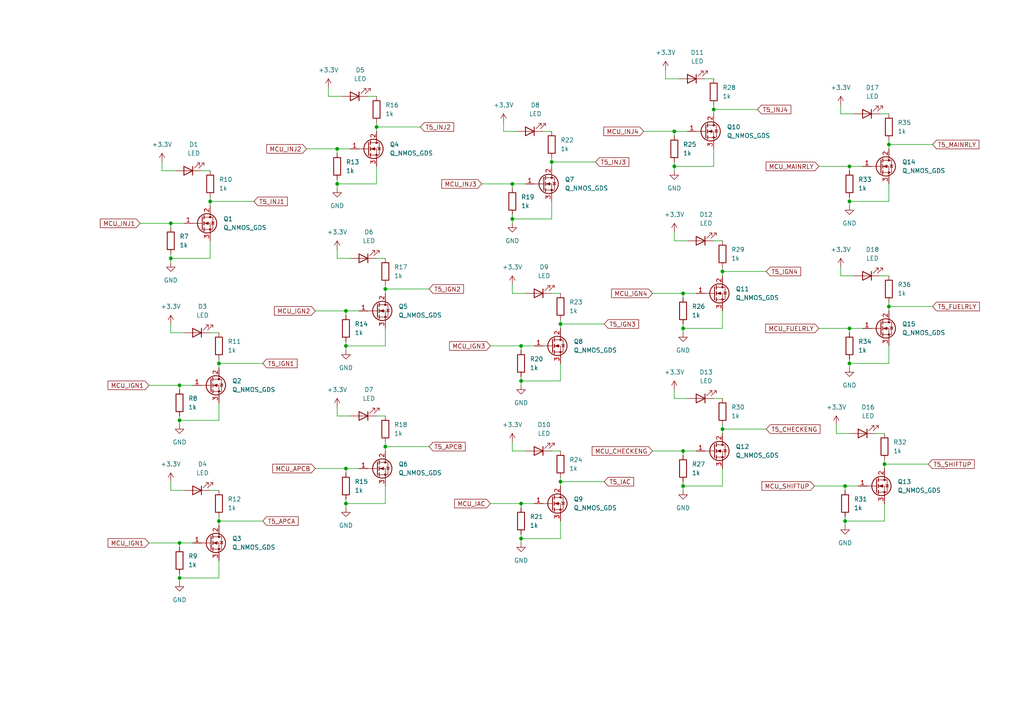
<source format=kicad_sch>
(kicad_sch (version 20211123) (generator eeschema)
  (paper "A4")
  (title_block (title "0.4") (date "2021-03-27") (rev "4d") (company "Speeduino"))
  (lib_symbols
    (symbol "Device:LED" (pin_numbers hide) (pin_names (offset 1.016) hide)
      (property "Reference" "D" (at 0 2.54 0))
      (property "Value" "LED" (at 0 -2.54 0))
      (symbol "LED_0_1"
        (polyline (pts (xy -1.27 -1.27) (xy -1.27 1.27)) (stroke (width 0.254)))
        (polyline (pts (xy -1.27 0) (xy 1.27 0)))
        (polyline (pts (xy 1.27 -1.27) (xy 1.27 1.27) (xy -1.27 0) (xy 1.27 -1.27)) (stroke (width 0.254)))
        (polyline (pts (xy -3.048 -0.762) (xy -4.572 -2.286) (xy -3.81 -2.286) (xy -4.572 -2.286) (xy -4.572 -1.524)))
        (polyline (pts (xy -1.778 -0.762) (xy -3.302 -2.286) (xy -2.54 -2.286) (xy -3.302 -2.286) (xy -3.302 -1.524)))
      )
      (symbol "LED_1_1"
        (pin passive line (at -3.81 0 0) (length 2.54) (name "K") (number "1"))
        (pin passive line (at 3.81 0 180) (length 2.54) (name "A") (number "2"))
      )
    )
    (symbol "Device:Q_NMOS_GDS" (pin_names (offset 0) hide)
      (property "Reference" "Q" (at 5.08 1.27 0))
      (property "Value" "Q_NMOS_GDS" (at 5.08 -1.27 0))
      (symbol "Q_NMOS_GDS_0_1"
        (polyline (pts (xy 0.254 0) (xy -2.54 0)))
        (polyline (pts (xy 0.254 1.905) (xy 0.254 -1.905)) (stroke (width 0.254)))
        (polyline (pts (xy 0.762 -1.27) (xy 0.762 -2.286)) (stroke (width 0.254)))
        (polyline (pts (xy 0.762 0.508) (xy 0.762 -0.508)) (stroke (width 0.254)))
        (polyline (pts (xy 0.762 2.286) (xy 0.762 1.27)) (stroke (width 0.254)))
        (polyline (pts (xy 2.54 2.54) (xy 2.54 1.778)))
        (polyline (pts (xy 2.54 -2.54) (xy 2.54 0) (xy 0.762 0)))
        (polyline (pts (xy 0.762 -1.778) (xy 3.302 -1.778) (xy 3.302 1.778) (xy 0.762 1.778)))
        (polyline (pts (xy 1.016 0) (xy 2.032 0.381) (xy 2.032 -0.381) (xy 1.016 0)) (fill (type outline)))
        (polyline (pts (xy 2.794 0.508) (xy 2.921 0.381) (xy 3.683 0.381) (xy 3.81 0.254)))
        (polyline (pts (xy 3.302 0.381) (xy 2.921 -0.254) (xy 3.683 -0.254) (xy 3.302 0.381)))
        (circle (center 1.651 0) (radius 2.794) (stroke (width 0.254)))
        (circle (center 2.54 -1.778) (radius 0.254) (fill (type outline)))
        (circle (center 2.54 1.778) (radius 0.254) (fill (type outline)))
      )
      (symbol "Q_NMOS_GDS_1_1"
        (pin input line (at -5.08 0 0) (length 2.54) (name "G") (number "1"))
        (pin passive line (at 2.54 5.08 270) (length 2.54) (name "D") (number "2"))
        (pin passive line (at 2.54 -5.08 90) (length 2.54) (name "S") (number "3"))
      )
    )
    (symbol "Device:R" (pin_numbers hide) (pin_names (offset 0))
      (property "Reference" "R" (at 2.032 0 90))
      (property "Value" "R" (at 0 0 90))
      (symbol "R_0_1"
        (rectangle (start -1.016 -2.54) (end 1.016 2.54) (stroke (width 0.254)))
      )
      (symbol "R_1_1"
        (pin passive line (at 0 3.81 270) (length 1.27) (name "~") (number "1"))
        (pin passive line (at 0 -3.81 90) (length 1.27) (name "~") (number "2"))
      )
    )
    (symbol "power:+3.3V" (power) (pin_names (offset 0))
      (property "Value" "+3.3V" (at 0 3.556 0))
      (symbol "+3.3V_0_1"
        (polyline (pts (xy -0.762 1.27) (xy 0 2.54)))
        (polyline (pts (xy 0 0) (xy 0 2.54)))
        (polyline (pts (xy 0 2.54) (xy 0.762 1.27)))
      )
      (symbol "+3.3V_1_1"
        (pin power_in line (at 0 0 90) (length 0) hide (name "+3.3V") (number "1"))
      )
    )
    (symbol "power:GND" (power) (pin_names (offset 0))
      (property "Value" "GND" (at 0 -3.81 0))
      (symbol "GND_0_1"
        (polyline (pts (xy 0 0) (xy 0 -1.27) (xy 1.27 -1.27) (xy 0 -2.54) (xy -1.27 -1.27) (xy 0 -1.27)))
      )
      (symbol "GND_1_1"
        (pin power_in line (at 0 0 270) (length 0) hide (name "GND") (number "1"))
      )
    )
  )
  (junction (at 257.81 88.9))
  (junction (at 97.79 43.18))
  (junction (at 100.33 100.33))
  (junction (at 63.5 105.41))
  (junction (at 148.59 53.34))
  (junction (at 63.5 151.13))
  (junction (at 198.12 140.97))
  (junction (at 49.53 64.77))
  (junction (at 100.33 90.17))
  (junction (at 195.58 48.26))
  (junction (at 198.12 130.81))
  (junction (at 52.07 157.48))
  (junction (at 109.22 36.83))
  (junction (at 151.13 110.49))
  (junction (at 148.59 63.5))
  (junction (at 151.13 146.05))
  (junction (at 198.12 85.09))
  (junction (at 162.56 139.7))
  (junction (at 52.07 111.76))
  (junction (at 209.55 78.74))
  (junction (at 246.38 48.26))
  (junction (at 111.76 83.82))
  (junction (at 246.38 58.42))
  (junction (at 100.33 135.89))
  (junction (at 97.79 53.34))
  (junction (at 198.12 95.25))
  (junction (at 151.13 156.21))
  (junction (at 49.53 74.93))
  (junction (at 195.58 38.1))
  (junction (at 245.11 151.13))
  (junction (at 246.38 95.25))
  (junction (at 256.54 134.62))
  (junction (at 100.33 146.05))
  (junction (at 60.96 58.42))
  (junction (at 52.07 167.64))
  (junction (at 245.11 140.97))
  (junction (at 209.55 124.46))
  (junction (at 52.07 121.92))
  (junction (at 207.01 31.75))
  (junction (at 162.56 93.98))
  (junction (at 111.76 129.54))
  (junction (at 246.38 105.41))
  (junction (at 151.13 100.33))
  (junction (at 257.81 41.91))
  (junction (at 160.02 46.99))
  (wire (pts (xy 246.38 48.26) (xy 250.19 48.26)))
  (wire (pts (xy 195.58 69.85) (xy 199.39 69.85)))
  (wire (pts (xy 60.96 142.24) (xy 63.5 142.24)))
  (wire (pts (xy 160.02 46.99) (xy 160.02 48.26)))
  (wire (pts (xy 43.18 157.48) (xy 52.07 157.48)))
  (wire (pts (xy 109.22 36.83) (xy 109.22 38.1)))
  (wire (pts (xy 100.33 146.05) (xy 100.33 144.78)))
  (wire (pts (xy 246.38 58.42) (xy 246.38 57.15)))
  (wire (pts (xy 162.56 139.7) (xy 162.56 140.97)))
  (wire (pts (xy 243.84 80.01) (xy 247.65 80.01)))
  (wire (pts (xy 63.5 167.64) (xy 52.07 167.64)))
  (wire (pts (xy 257.81 88.9) (xy 270.51 88.9)))
  (wire (pts (xy 63.5 151.13) (xy 63.5 152.4)))
  (wire (pts (xy 97.79 120.65) (xy 101.6 120.65)))
  (wire (pts (xy 88.9 43.18) (xy 97.79 43.18)))
  (wire (pts (xy 195.58 38.1) (xy 199.39 38.1)))
  (wire (pts (xy 257.81 41.91) (xy 270.51 41.91)))
  (wire (pts (xy 189.23 130.81) (xy 198.12 130.81)))
  (wire (pts (xy 186.69 38.1) (xy 195.58 38.1)))
  (wire (pts (xy 162.56 151.13) (xy 162.56 156.21)))
  (wire (pts (xy 142.24 100.33) (xy 151.13 100.33)))
  (wire (pts (xy 257.81 87.63) (xy 257.81 88.9)))
  (wire (pts (xy 97.79 53.34) (xy 97.79 52.07)))
  (wire (pts (xy 111.76 146.05) (xy 100.33 146.05)))
  (wire (pts (xy 246.38 105.41) (xy 246.38 104.14)))
  (wire (pts (xy 209.55 135.89) (xy 209.55 140.97)))
  (wire (pts (xy 160.02 130.81) (xy 162.56 130.81)))
  (wire (pts (xy 193.04 22.86) (xy 196.85 22.86)))
  (wire (pts (xy 189.23 85.09) (xy 198.12 85.09)))
  (wire (pts (xy 49.53 93.98) (xy 49.53 96.52)))
  (wire (pts (xy 95.25 25.4) (xy 95.25 27.94)))
  (wire (pts (xy 243.84 30.48) (xy 243.84 33.02)))
  (wire (pts (xy 97.79 74.93) (xy 101.6 74.93)))
  (wire (pts (xy 91.44 135.89) (xy 100.33 135.89)))
  (wire (pts (xy 195.58 48.26) (xy 195.58 46.99)))
  (wire (pts (xy 209.55 123.19) (xy 209.55 124.46)))
  (wire (pts (xy 151.13 147.32) (xy 151.13 146.05)))
  (wire (pts (xy 256.54 134.62) (xy 256.54 135.89)))
  (wire (pts (xy 151.13 146.05) (xy 154.94 146.05)))
  (wire (pts (xy 209.55 78.74) (xy 222.25 78.74)))
  (wire (pts (xy 257.81 58.42) (xy 246.38 58.42)))
  (wire (pts (xy 60.96 69.85) (xy 60.96 74.93)))
  (wire (pts (xy 207.01 31.75) (xy 207.01 33.02)))
  (wire (pts (xy 195.58 48.26) (xy 195.58 49.53)))
  (wire (pts (xy 151.13 156.21) (xy 151.13 154.94)))
  (wire (pts (xy 160.02 58.42) (xy 160.02 63.5)))
  (wire (pts (xy 111.76 100.33) (xy 100.33 100.33)))
  (wire (pts (xy 195.58 67.31) (xy 195.58 69.85)))
  (wire (pts (xy 162.56 93.98) (xy 175.26 93.98)))
  (wire (pts (xy 245.11 142.24) (xy 245.11 140.97)))
  (wire (pts (xy 162.56 110.49) (xy 151.13 110.49)))
  (wire (pts (xy 209.55 77.47) (xy 209.55 78.74)))
  (wire (pts (xy 162.56 138.43) (xy 162.56 139.7)))
  (wire (pts (xy 245.11 140.97) (xy 248.92 140.97)))
  (wire (pts (xy 111.76 83.82) (xy 124.46 83.82)))
  (wire (pts (xy 146.05 35.56) (xy 146.05 38.1)))
  (wire (pts (xy 40.64 64.77) (xy 49.53 64.77)))
  (wire (pts (xy 49.53 66.04) (xy 49.53 64.77)))
  (wire (pts (xy 157.48 38.1) (xy 160.02 38.1)))
  (wire (pts (xy 209.55 78.74) (xy 209.55 80.01)))
  (wire (pts (xy 142.24 146.05) (xy 151.13 146.05)))
  (wire (pts (xy 111.76 129.54) (xy 124.46 129.54)))
  (wire (pts (xy 100.33 91.44) (xy 100.33 90.17)))
  (wire (pts (xy 49.53 74.93) (xy 49.53 76.2)))
  (wire (pts (xy 100.33 135.89) (xy 104.14 135.89)))
  (wire (pts (xy 162.56 105.41) (xy 162.56 110.49)))
  (wire (pts (xy 52.07 158.75) (xy 52.07 157.48)))
  (wire (pts (xy 60.96 96.52) (xy 63.5 96.52)))
  (wire (pts (xy 162.56 139.7) (xy 175.26 139.7)))
  (wire (pts (xy 60.96 58.42) (xy 60.96 59.69)))
  (wire (pts (xy 146.05 38.1) (xy 149.86 38.1)))
  (wire (pts (xy 100.33 100.33) (xy 100.33 99.06)))
  (wire (pts (xy 97.79 44.45) (xy 97.79 43.18)))
  (wire (pts (xy 198.12 86.36) (xy 198.12 85.09)))
  (wire (pts (xy 97.79 72.39) (xy 97.79 74.93)))
  (wire (pts (xy 246.38 58.42) (xy 246.38 59.69)))
  (wire (pts (xy 151.13 101.6) (xy 151.13 100.33)))
  (wire (pts (xy 198.12 140.97) (xy 198.12 139.7)))
  (wire (pts (xy 246.38 95.25) (xy 250.19 95.25)))
  (wire (pts (xy 111.76 140.97) (xy 111.76 146.05)))
  (wire (pts (xy 49.53 96.52) (xy 53.34 96.52)))
  (wire (pts (xy 52.07 167.64) (xy 52.07 166.37)))
  (wire (pts (xy 246.38 96.52) (xy 246.38 95.25)))
  (wire (pts (xy 63.5 105.41) (xy 76.2 105.41)))
  (wire (pts (xy 148.59 128.27) (xy 148.59 130.81)))
  (wire (pts (xy 109.22 120.65) (xy 111.76 120.65)))
  (wire (pts (xy 209.55 95.25) (xy 198.12 95.25)))
  (wire (pts (xy 257.81 40.64) (xy 257.81 41.91)))
  (wire (pts (xy 195.58 39.37) (xy 195.58 38.1)))
  (wire (pts (xy 148.59 54.61) (xy 148.59 53.34)))
  (wire (pts (xy 209.55 90.17) (xy 209.55 95.25)))
  (wire (pts (xy 151.13 156.21) (xy 151.13 157.48)))
  (wire (pts (xy 242.57 123.19) (xy 242.57 125.73)))
  (wire (pts (xy 63.5 151.13) (xy 76.2 151.13)))
  (wire (pts (xy 237.49 48.26) (xy 246.38 48.26)))
  (wire (pts (xy 257.81 105.41) (xy 246.38 105.41)))
  (wire (pts (xy 109.22 35.56) (xy 109.22 36.83)))
  (wire (pts (xy 52.07 113.03) (xy 52.07 111.76)))
  (wire (pts (xy 111.76 82.55) (xy 111.76 83.82)))
  (wire (pts (xy 111.76 129.54) (xy 111.76 130.81)))
  (wire (pts (xy 100.33 100.33) (xy 100.33 101.6)))
  (wire (pts (xy 151.13 110.49) (xy 151.13 109.22)))
  (wire (pts (xy 257.81 53.34) (xy 257.81 58.42)))
  (wire (pts (xy 109.22 36.83) (xy 121.92 36.83)))
  (wire (pts (xy 160.02 63.5) (xy 148.59 63.5)))
  (wire (pts (xy 255.27 80.01) (xy 257.81 80.01)))
  (wire (pts (xy 52.07 157.48) (xy 55.88 157.48)))
  (wire (pts (xy 46.99 49.53) (xy 50.8 49.53)))
  (wire (pts (xy 148.59 82.55) (xy 148.59 85.09)))
  (wire (pts (xy 49.53 139.7) (xy 49.53 142.24)))
  (wire (pts (xy 63.5 162.56) (xy 63.5 167.64)))
  (wire (pts (xy 148.59 63.5) (xy 148.59 62.23)))
  (wire (pts (xy 106.68 27.94) (xy 109.22 27.94)))
  (wire (pts (xy 256.54 134.62) (xy 269.24 134.62)))
  (wire (pts (xy 60.96 57.15) (xy 60.96 58.42)))
  (wire (pts (xy 60.96 74.93) (xy 49.53 74.93)))
  (wire (pts (xy 209.55 124.46) (xy 209.55 125.73)))
  (wire (pts (xy 58.42 49.53) (xy 60.96 49.53)))
  (wire (pts (xy 148.59 130.81) (xy 152.4 130.81)))
  (wire (pts (xy 49.53 64.77) (xy 53.34 64.77)))
  (wire (pts (xy 160.02 45.72) (xy 160.02 46.99)))
  (wire (pts (xy 49.53 142.24) (xy 53.34 142.24)))
  (wire (pts (xy 198.12 132.08) (xy 198.12 130.81)))
  (wire (pts (xy 255.27 33.02) (xy 257.81 33.02)))
  (wire (pts (xy 63.5 105.41) (xy 63.5 106.68)))
  (wire (pts (xy 207.01 69.85) (xy 209.55 69.85)))
  (wire (pts (xy 243.84 33.02) (xy 247.65 33.02)))
  (wire (pts (xy 148.59 53.34) (xy 152.4 53.34)))
  (wire (pts (xy 97.79 43.18) (xy 101.6 43.18)))
  (wire (pts (xy 52.07 121.92) (xy 52.07 123.19)))
  (wire (pts (xy 207.01 31.75) (xy 219.71 31.75)))
  (wire (pts (xy 245.11 151.13) (xy 245.11 152.4)))
  (wire (pts (xy 209.55 140.97) (xy 198.12 140.97)))
  (wire (pts (xy 111.76 95.25) (xy 111.76 100.33)))
  (wire (pts (xy 43.18 111.76) (xy 52.07 111.76)))
  (wire (pts (xy 49.53 74.93) (xy 49.53 73.66)))
  (wire (pts (xy 91.44 90.17) (xy 100.33 90.17)))
  (wire (pts (xy 162.56 93.98) (xy 162.56 95.25)))
  (wire (pts (xy 256.54 133.35) (xy 256.54 134.62)))
  (wire (pts (xy 193.04 20.32) (xy 193.04 22.86)))
  (wire (pts (xy 162.56 156.21) (xy 151.13 156.21)))
  (wire (pts (xy 195.58 115.57) (xy 199.39 115.57)))
  (wire (pts (xy 52.07 121.92) (xy 52.07 120.65)))
  (wire (pts (xy 109.22 48.26) (xy 109.22 53.34)))
  (wire (pts (xy 52.07 167.64) (xy 52.07 168.91)))
  (wire (pts (xy 243.84 77.47) (xy 243.84 80.01)))
  (wire (pts (xy 97.79 118.11) (xy 97.79 120.65)))
  (wire (pts (xy 111.76 83.82) (xy 111.76 85.09)))
  (wire (pts (xy 256.54 151.13) (xy 245.11 151.13)))
  (wire (pts (xy 207.01 115.57) (xy 209.55 115.57)))
  (wire (pts (xy 95.25 27.94) (xy 99.06 27.94)))
  (wire (pts (xy 256.54 146.05) (xy 256.54 151.13)))
  (wire (pts (xy 209.55 124.46) (xy 222.25 124.46)))
  (wire (pts (xy 100.33 90.17) (xy 104.14 90.17)))
  (wire (pts (xy 198.12 95.25) (xy 198.12 93.98)))
  (wire (pts (xy 195.58 113.03) (xy 195.58 115.57)))
  (wire (pts (xy 198.12 140.97) (xy 198.12 142.24)))
  (wire (pts (xy 246.38 105.41) (xy 246.38 106.68)))
  (wire (pts (xy 237.49 95.25) (xy 246.38 95.25)))
  (wire (pts (xy 63.5 104.14) (xy 63.5 105.41)))
  (wire (pts (xy 160.02 85.09) (xy 162.56 85.09)))
  (wire (pts (xy 204.47 22.86) (xy 207.01 22.86)))
  (wire (pts (xy 236.22 140.97) (xy 245.11 140.97)))
  (wire (pts (xy 148.59 63.5) (xy 148.59 64.77)))
  (wire (pts (xy 257.81 88.9) (xy 257.81 90.17)))
  (wire (pts (xy 254 125.73) (xy 256.54 125.73)))
  (wire (pts (xy 97.79 53.34) (xy 97.79 54.61)))
  (wire (pts (xy 46.99 46.99) (xy 46.99 49.53)))
  (wire (pts (xy 151.13 100.33) (xy 154.94 100.33)))
  (wire (pts (xy 245.11 151.13) (xy 245.11 149.86)))
  (wire (pts (xy 160.02 46.99) (xy 172.72 46.99)))
  (wire (pts (xy 52.07 111.76) (xy 55.88 111.76)))
  (wire (pts (xy 60.96 58.42) (xy 73.66 58.42)))
  (wire (pts (xy 198.12 85.09) (xy 201.93 85.09)))
  (wire (pts (xy 63.5 149.86) (xy 63.5 151.13)))
  (wire (pts (xy 242.57 125.73) (xy 246.38 125.73)))
  (wire (pts (xy 257.81 100.33) (xy 257.81 105.41)))
  (wire (pts (xy 148.59 85.09) (xy 152.4 85.09)))
  (wire (pts (xy 207.01 43.18) (xy 207.01 48.26)))
  (wire (pts (xy 207.01 48.26) (xy 195.58 48.26)))
  (wire (pts (xy 257.81 41.91) (xy 257.81 43.18)))
  (wire (pts (xy 207.01 30.48) (xy 207.01 31.75)))
  (wire (pts (xy 109.22 74.93) (xy 111.76 74.93)))
  (wire (pts (xy 63.5 116.84) (xy 63.5 121.92)))
  (wire (pts (xy 111.76 128.27) (xy 111.76 129.54)))
  (wire (pts (xy 139.7 53.34) (xy 148.59 53.34)))
  (wire (pts (xy 198.12 130.81) (xy 201.93 130.81)))
  (wire (pts (xy 109.22 53.34) (xy 97.79 53.34)))
  (wire (pts (xy 151.13 110.49) (xy 151.13 111.76)))
  (wire (pts (xy 162.56 92.71) (xy 162.56 93.98)))
  (wire (pts (xy 246.38 49.53) (xy 246.38 48.26)))
  (wire (pts (xy 100.33 137.16) (xy 100.33 135.89)))
  (wire (pts (xy 198.12 95.25) (xy 198.12 96.52)))
  (wire (pts (xy 63.5 121.92) (xy 52.07 121.92)))
  (wire (pts (xy 100.33 146.05) (xy 100.33 147.32)))
  (global_label "MCU_INJ3" (shape input) (at 139.7 53.34 180) (property "Intersheet References" "${INTERSHEET_REFS}" (effects hide)))
  (global_label "MCU_FUELRLY" (shape input) (at 237.49 95.25 180) (property "Intersheet References" "${INTERSHEET_REFS}" (effects hide)))
  (global_label "MCU_IGN3" (shape input) (at 142.24 100.33 180) (property "Intersheet References" "${INTERSHEET_REFS}" (effects hide)))
  (global_label "T5_IGN4" (shape input) (at 222.25 78.74 0) (property "Intersheet References" "${INTERSHEET_REFS}" (effects hide)))
  (global_label "T5_IGN3" (shape input) (at 175.26 93.98 0) (property "Intersheet References" "${INTERSHEET_REFS}" (effects hide)))
  (global_label "T5_MAINRLY" (shape input) (at 270.51 41.91 0) (property "Intersheet References" "${INTERSHEET_REFS}" (effects hide)))
  (global_label "MCU_IGN1" (shape input) (at 43.18 111.76 180) (property "Intersheet References" "${INTERSHEET_REFS}" (effects hide)))
  (global_label "T5_APCA" (shape input) (at 76.2 151.13 0) (property "Intersheet References" "${INTERSHEET_REFS}" (effects hide)))
  (global_label "MCU_APCB" (shape input) (at 91.44 135.89 180) (property "Intersheet References" "${INTERSHEET_REFS}" (effects hide)))
  (global_label "MCU_IGN2" (shape input) (at 91.44 90.17 180) (property "Intersheet References" "${INTERSHEET_REFS}" (effects hide)))
  (global_label "MCU_IAC" (shape input) (at 142.24 146.05 180) (property "Intersheet References" "${INTERSHEET_REFS}" (effects hide)))
  (global_label "T5_INJ4" (shape input) (at 219.71 31.75 0) (property "Intersheet References" "${INTERSHEET_REFS}" (effects hide)))
  (global_label "T5_INJ1" (shape input) (at 73.66 58.42 0) (property "Intersheet References" "${INTERSHEET_REFS}" (effects hide)))
  (global_label "T5_SHIFTUP" (shape input) (at 269.24 134.62 0) (property "Intersheet References" "${INTERSHEET_REFS}" (effects hide)))
  (global_label "T5_IAC" (shape input) (at 175.26 139.7 0) (property "Intersheet References" "${INTERSHEET_REFS}" (effects hide)))
  (global_label "MCU_INJ4" (shape input) (at 186.69 38.1 180) (property "Intersheet References" "${INTERSHEET_REFS}" (effects hide)))
  (global_label "MCU_MAINRLY" (shape input) (at 237.49 48.26 180) (property "Intersheet References" "${INTERSHEET_REFS}" (effects hide)))
  (global_label "MCU_IGN4" (shape input) (at 189.23 85.09 180) (property "Intersheet References" "${INTERSHEET_REFS}" (effects hide)))
  (global_label "T5_CHECKENG" (shape input) (at 222.25 124.46 0) (property "Intersheet References" "${INTERSHEET_REFS}" (effects hide)))
  (global_label "MCU_INJ1" (shape input) (at 40.64 64.77 180) (property "Intersheet References" "${INTERSHEET_REFS}" (effects hide)))
  (global_label "T5_APCB" (shape input) (at 124.46 129.54 0) (property "Intersheet References" "${INTERSHEET_REFS}" (effects hide)))
  (global_label "T5_INJ3" (shape input) (at 172.72 46.99 0) (property "Intersheet References" "${INTERSHEET_REFS}" (effects hide)))
  (global_label "MCU_CHECKENG" (shape input) (at 189.23 130.81 180) (property "Intersheet References" "${INTERSHEET_REFS}" (effects hide)))
  (global_label "T5_IGN1" (shape input) (at 76.2 105.41 0) (property "Intersheet References" "${INTERSHEET_REFS}" (effects hide)))
  (global_label "MCU_SHIFTUP" (shape input) (at 236.22 140.97 180) (property "Intersheet References" "${INTERSHEET_REFS}" (effects hide)))
  (global_label "MCU_INJ2" (shape input) (at 88.9 43.18 180) (property "Intersheet References" "${INTERSHEET_REFS}" (effects hide)))
  (global_label "T5_IGN2" (shape input) (at 124.46 83.82 0) (property "Intersheet References" "${INTERSHEET_REFS}" (effects hide)))
  (global_label "T5_INJ2" (shape input) (at 121.92 36.83 0) (property "Intersheet References" "${INTERSHEET_REFS}" (effects hide)))
  (global_label "MCU_IGN1" (shape input) (at 43.18 157.48 180) (property "Intersheet References" "${INTERSHEET_REFS}" (effects hide)))
  (global_label "T5_FUELRLY" (shape input) (at 270.51 88.9 0) (property "Intersheet References" "${INTERSHEET_REFS}" (effects hide)))
  (symbol (lib_id "power:GND") (at 198.12 142.24 0) (unit 1)
    (property "Reference" "#PWR0129" (effects hide))
    (property "Value" "GND" (at 198.12 147.32 0))
  )
  (symbol (lib_id "Device:Q_NMOS_GDS") (at 109.22 135.89 0) (unit 1)
    (property "Reference" "Q6" (at 115.57 134.6199 0) (effects (justify left)))
    (property "Value" "Q_NMOS_GDS" (at 115.57 137.1599 0) (effects (justify left)))
    (property "Footprint" "Package_TO_SOT_SMD:TO-252-2" (effects hide))
    (property "JLCPCB" "C396090" (effects hide))
  )
  (symbol (lib_id "Device:R") (at 209.55 119.38 180) (unit 1)
    (property "Reference" "R30" (at 212.09 118.1099 0) (effects (justify right)))
    (property "Value" "1k" (at 212.09 120.6499 0) (effects (justify right)))
    (property "Footprint" "Resistor_SMD:R_0603_1608Metric" (effects hide))
    (property "JLCPCB" "C217840" (effects hide))
  )
  (symbol (lib_id "Device:R") (at 100.33 140.97 0) (unit 1)
    (property "Reference" "R15" (at 102.87 139.6999 0) (effects (justify left)))
    (property "Value" "1k" (at 102.87 142.2399 0) (effects (justify left)))
    (property "Footprint" "Resistor_SMD:R_0603_1608Metric" (effects hide))
    (property "JLCPCB" "C217840" (effects hide))
  )
  (symbol (lib_id "power:+3.3V") (at 148.59 82.55 0) (unit 1)
    (property "Reference" "#PWR0132" (effects hide))
    (property "Value" "+3.3V" (at 148.59 77.47 0))
  )
  (symbol (lib_id "Device:R") (at 148.59 58.42 0) (unit 1)
    (property "Reference" "R19" (at 151.13 57.1499 0) (effects (justify left)))
    (property "Value" "1k" (at 151.13 59.6899 0) (effects (justify left)))
    (property "Footprint" "Resistor_SMD:R_0603_1608Metric" (effects hide))
    (property "JLCPCB" "C217840" (effects hide))
  )
  (symbol (lib_id "Device:LED") (at 156.21 130.81 180) (unit 1)
    (property "Reference" "D10" (at 157.7975 123.19 0))
    (property "Value" "LED" (at 157.7975 125.73 0))
    (property "Footprint" "LED_SMD:LED_0603_1608Metric" (effects hide))
    (property "JLCPCB" "C84263" (effects hide))
  )
  (symbol (lib_id "Device:R") (at 100.33 95.25 0) (unit 1)
    (property "Reference" "R14" (at 102.87 93.9799 0) (effects (justify left)))
    (property "Value" "1k" (at 102.87 96.5199 0) (effects (justify left)))
    (property "Footprint" "Resistor_SMD:R_0603_1608Metric" (effects hide))
    (property "JLCPCB" "C217840" (effects hide))
  )
  (symbol (lib_id "Device:R") (at 162.56 134.62 180) (unit 1)
    (property "Reference" "R24" (at 165.1 133.3499 0) (effects (justify right)))
    (property "Value" "1k" (at 165.1 135.8899 0) (effects (justify right)))
    (property "Footprint" "Resistor_SMD:R_0603_1608Metric" (effects hide))
    (property "JLCPCB" "C217840" (effects hide))
  )
  (symbol (lib_id "Device:R") (at 52.07 162.56 0) (unit 1)
    (property "Reference" "R9" (at 54.61 161.2899 0) (effects (justify left)))
    (property "Value" "1k" (at 54.61 163.8299 0) (effects (justify left)))
    (property "Footprint" "Resistor_SMD:R_0603_1608Metric" (effects hide))
    (property "JLCPCB" "C217840" (effects hide))
  )
  (symbol (lib_id "Device:R") (at 198.12 135.89 0) (unit 1)
    (property "Reference" "R27" (at 200.66 134.6199 0) (effects (justify left)))
    (property "Value" "1k" (at 200.66 137.1599 0) (effects (justify left)))
    (property "Footprint" "Resistor_SMD:R_0603_1608Metric" (effects hide))
    (property "JLCPCB" "C217840" (effects hide))
  )
  (symbol (lib_id "Device:R") (at 111.76 78.74 180) (unit 1)
    (property "Reference" "R17" (at 114.3 77.4699 0) (effects (justify right)))
    (property "Value" "1k" (at 114.3 80.0099 0) (effects (justify right)))
    (property "Footprint" "Resistor_SMD:R_0603_1608Metric" (effects hide))
    (property "JLCPCB" "C217840" (effects hide))
  )
  (symbol (lib_id "power:+3.3V") (at 195.58 67.31 0) (unit 1)
    (property "Reference" "#PWR0124" (effects hide))
    (property "Value" "+3.3V" (at 195.58 62.23 0))
  )
  (symbol (lib_id "Device:R") (at 209.55 73.66 180) (unit 1)
    (property "Reference" "R29" (at 212.09 72.3899 0) (effects (justify right)))
    (property "Value" "1k" (at 212.09 74.9299 0) (effects (justify right)))
    (property "Footprint" "Resistor_SMD:R_0603_1608Metric" (effects hide))
    (property "JLCPCB" "C217840" (effects hide))
  )
  (symbol (lib_id "Device:LED") (at 57.15 96.52 180) (unit 1)
    (property "Reference" "D3" (at 58.7375 88.9 0))
    (property "Value" "LED" (at 58.7375 91.44 0))
    (property "Footprint" "LED_SMD:LED_0603_1608Metric" (effects hide))
    (property "JLCPCB" "C84263" (effects hide))
  )
  (symbol (lib_id "power:+3.3V") (at 243.84 77.47 0) (unit 1)
    (property "Reference" "#PWR0135" (effects hide))
    (property "Value" "+3.3V" (at 243.84 72.39 0))
  )
  (symbol (lib_id "power:+3.3V") (at 46.99 46.99 0) (unit 1)
    (property "Reference" "#PWR0116" (effects hide))
    (property "Value" "+3.3V" (at 46.99 41.91 0))
  )
  (symbol (lib_id "Device:R") (at 198.12 90.17 0) (unit 1)
    (property "Reference" "R26" (at 200.66 88.8999 0) (effects (justify left)))
    (property "Value" "1k" (at 200.66 91.4399 0) (effects (justify left)))
    (property "Footprint" "Resistor_SMD:R_0603_1608Metric" (effects hide))
    (property "JLCPCB" "C217840" (effects hide))
  )
  (symbol (lib_id "Device:Q_NMOS_GDS") (at 109.22 90.17 0) (unit 1)
    (property "Reference" "Q5" (at 115.57 88.8999 0) (effects (justify left)))
    (property "Value" "Q_NMOS_GDS" (at 115.57 91.4399 0) (effects (justify left)))
    (property "Footprint" "Package_TO_SOT_SMD:TO-252-2" (effects hide))
    (property "JLCPCB" "C396090" (effects hide))
  )
  (symbol (lib_id "Device:LED") (at 54.61 49.53 180) (unit 1)
    (property "Reference" "D1" (at 56.1975 41.91 0))
    (property "Value" "LED" (at 56.1975 44.45 0))
    (property "Footprint" "LED_SMD:LED_0603_1608Metric" (effects hide))
    (property "JLCPCB" "C84263" (effects hide))
  )
  (symbol (lib_id "Device:R") (at 63.5 146.05 180) (unit 1)
    (property "Reference" "R12" (at 66.04 144.7799 0) (effects (justify right)))
    (property "Value" "1k" (at 66.04 147.3199 0) (effects (justify right)))
    (property "Footprint" "Resistor_SMD:R_0603_1608Metric" (effects hide))
    (property "JLCPCB" "C217840" (effects hide))
  )
  (symbol (lib_id "power:+3.3V") (at 193.04 20.32 0) (unit 1)
    (property "Reference" "#PWR0122" (effects hide))
    (property "Value" "+3.3V" (at 193.04 15.24 0))
  )
  (symbol (lib_id "power:GND") (at 246.38 59.69 0) (unit 1)
    (property "Reference" "#PWR0138" (effects hide))
    (property "Value" "GND" (at 246.38 64.77 0))
  )
  (symbol (lib_id "Device:LED") (at 105.41 120.65 180) (unit 1)
    (property "Reference" "D7" (at 106.9975 113.03 0))
    (property "Value" "LED" (at 106.9975 115.57 0))
    (property "Footprint" "LED_SMD:LED_0603_1608Metric" (effects hide))
    (property "JLCPCB" "C84263" (effects hide))
  )
  (symbol (lib_id "Device:R") (at 151.13 105.41 0) (unit 1)
    (property "Reference" "R20" (at 153.67 104.1399 0) (effects (justify left)))
    (property "Value" "1k" (at 153.67 106.6799 0) (effects (justify left)))
    (property "Footprint" "Resistor_SMD:R_0603_1608Metric" (effects hide))
    (property "JLCPCB" "C217840" (effects hide))
  )
  (symbol (lib_id "Device:R") (at 60.96 53.34 180) (unit 1)
    (property "Reference" "R10" (at 63.5 52.0699 0) (effects (justify right)))
    (property "Value" "1k" (at 63.5 54.6099 0) (effects (justify right)))
    (property "Footprint" "Resistor_SMD:R_0603_1608Metric" (effects hide))
    (property "JLCPCB" "C217840" (effects hide))
  )
  (symbol (lib_id "Device:LED") (at 251.46 33.02 180) (unit 1)
    (property "Reference" "D17" (at 253.0475 25.4 0))
    (property "Value" "LED" (at 253.0475 27.94 0))
    (property "Footprint" "LED_SMD:LED_0603_1608Metric" (effects hide))
    (property "JLCPCB" "C84263" (effects hide))
  )
  (symbol (lib_id "Device:R") (at 257.81 83.82 180) (unit 1)
    (property "Reference" "R36" (at 260.35 82.5499 0) (effects (justify right)))
    (property "Value" "1k" (at 260.35 85.0899 0) (effects (justify right)))
    (property "Footprint" "Resistor_SMD:R_0603_1608Metric" (effects hide))
    (property "JLCPCB" "C217840" (effects hide))
  )
  (symbol (lib_id "Device:LED") (at 203.2 115.57 180) (unit 1)
    (property "Reference" "D13" (at 204.7875 107.95 0))
    (property "Value" "LED" (at 204.7875 110.49 0))
    (property "Footprint" "LED_SMD:LED_0603_1608Metric" (effects hide))
    (property "JLCPCB" "C84263" (effects hide))
  )
  (symbol (lib_id "power:GND") (at 52.07 168.91 0) (unit 1)
    (property "Reference" "#PWR0115" (effects hide))
    (property "Value" "GND" (at 52.07 173.99 0))
  )
  (symbol (lib_id "Device:Q_NMOS_GDS") (at 157.48 53.34 0) (unit 1)
    (property "Reference" "Q7" (at 163.83 52.0699 0) (effects (justify left)))
    (property "Value" "Q_NMOS_GDS" (at 163.83 54.6099 0) (effects (justify left)))
    (property "Footprint" "Package_TO_SOT_SMD:TO-252-2" (effects hide))
    (property "JLCPCB" "C396090" (effects hide))
  )
  (symbol (lib_id "Device:R") (at 256.54 129.54 180) (unit 1)
    (property "Reference" "R32" (at 259.08 128.2699 0) (effects (justify right)))
    (property "Value" "1k" (at 259.08 130.8099 0) (effects (justify right)))
    (property "Footprint" "Resistor_SMD:R_0603_1608Metric" (effects hide))
    (property "JLCPCB" "C217840" (effects hide))
  )
  (symbol (lib_id "Device:Q_NMOS_GDS") (at 254 140.97 0) (unit 1)
    (property "Reference" "Q13" (at 260.35 139.6999 0) (effects (justify left)))
    (property "Value" "Q_NMOS_GDS" (at 260.35 142.2399 0) (effects (justify left)))
    (property "Footprint" "Package_TO_SOT_SMD:TO-252-2" (effects hide))
    (property "JLCPCB" "C396090" (effects hide))
  )
  (symbol (lib_id "Device:LED") (at 102.87 27.94 180) (unit 1)
    (property "Reference" "D5" (at 104.4575 20.32 0))
    (property "Value" "LED" (at 104.4575 22.86 0))
    (property "Footprint" "LED_SMD:LED_0603_1608Metric" (effects hide))
    (property "JLCPCB" "C84263" (effects hide))
  )
  (symbol (lib_id "power:GND") (at 97.79 54.61 0) (unit 1)
    (property "Reference" "#PWR0110" (effects hide))
    (property "Value" "GND" (at 97.79 59.69 0))
  )
  (symbol (lib_id "power:+3.3V") (at 49.53 139.7 0) (unit 1)
    (property "Reference" "#PWR0113" (effects hide))
    (property "Value" "+3.3V" (at 49.53 134.62 0))
  )
  (symbol (lib_id "power:GND") (at 100.33 101.6 0) (unit 1)
    (property "Reference" "#PWR0121" (effects hide))
    (property "Value" "GND" (at 100.33 106.68 0))
  )
  (symbol (lib_id "Device:Q_NMOS_GDS") (at 255.27 48.26 0) (unit 1)
    (property "Reference" "Q14" (at 261.62 46.9899 0) (effects (justify left)))
    (property "Value" "Q_NMOS_GDS" (at 261.62 49.5299 0) (effects (justify left)))
    (property "Footprint" "Package_TO_SOT_SMD:TO-252-2" (effects hide))
    (property "JLCPCB" "C396090" (effects hide))
  )
  (symbol (lib_id "power:GND") (at 148.59 64.77 0) (unit 1)
    (property "Reference" "#PWR0131" (effects hide))
    (property "Value" "GND" (at 148.59 69.85 0))
  )
  (symbol (lib_id "Device:R") (at 162.56 88.9 180) (unit 1)
    (property "Reference" "R23" (at 165.1 87.6299 0) (effects (justify right)))
    (property "Value" "1k" (at 165.1 90.1699 0) (effects (justify right)))
    (property "Footprint" "Resistor_SMD:R_0603_1608Metric" (effects hide))
    (property "JLCPCB" "C217840" (effects hide))
  )
  (symbol (lib_id "Device:Q_NMOS_GDS") (at 60.96 157.48 0) (unit 1)
    (property "Reference" "Q3" (at 67.31 156.2099 0) (effects (justify left)))
    (property "Value" "Q_NMOS_GDS" (at 67.31 158.7499 0) (effects (justify left)))
    (property "Footprint" "Package_TO_SOT_SMD:TO-252-2" (effects hide))
    (property "JLCPCB" "C396090" (effects hide))
  )
  (symbol (lib_id "Device:R") (at 109.22 31.75 180) (unit 1)
    (property "Reference" "R16" (at 111.76 30.4799 0) (effects (justify right)))
    (property "Value" "1k" (at 111.76 33.0199 0) (effects (justify right)))
    (property "Footprint" "Resistor_SMD:R_0603_1608Metric" (effects hide))
    (property "JLCPCB" "C217840" (effects hide))
  )
  (symbol (lib_id "Device:Q_NMOS_GDS") (at 58.42 64.77 0) (unit 1)
    (property "Reference" "Q1" (at 64.77 63.4999 0) (effects (justify left)))
    (property "Value" "Q_NMOS_GDS" (at 64.77 66.0399 0) (effects (justify left)))
    (property "Footprint" "Package_TO_SOT_SMD:TO-252-2" (effects hide))
    (property "JLCPCB" "C396090" (effects hide))
  )
  (symbol (lib_id "Device:Q_NMOS_GDS") (at 204.47 38.1 0) (unit 1)
    (property "Reference" "Q10" (at 210.82 36.8299 0) (effects (justify left)))
    (property "Value" "Q_NMOS_GDS" (at 210.82 39.3699 0) (effects (justify left)))
    (property "Footprint" "Package_TO_SOT_SMD:TO-252-2" (effects hide))
    (property "JLCPCB" "C396090" (effects hide))
  )
  (symbol (lib_id "Device:R") (at 207.01 26.67 180) (unit 1)
    (property "Reference" "R28" (at 209.55 25.3999 0) (effects (justify right)))
    (property "Value" "1k" (at 209.55 27.9399 0) (effects (justify right)))
    (property "Footprint" "Resistor_SMD:R_0603_1608Metric" (effects hide))
    (property "JLCPCB" "C217840" (effects hide))
  )
  (symbol (lib_id "power:+3.3V") (at 148.59 128.27 0) (unit 1)
    (property "Reference" "#PWR0127" (effects hide))
    (property "Value" "+3.3V" (at 148.59 123.19 0))
  )
  (symbol (lib_id "Device:LED") (at 200.66 22.86 180) (unit 1)
    (property "Reference" "D11" (at 202.2475 15.24 0))
    (property "Value" "LED" (at 202.2475 17.78 0))
    (property "Footprint" "LED_SMD:LED_0603_1608Metric" (effects hide))
    (property "JLCPCB" "C84263" (effects hide))
  )
  (symbol (lib_id "power:GND") (at 195.58 49.53 0) (unit 1)
    (property "Reference" "#PWR0123" (effects hide))
    (property "Value" "GND" (at 195.58 54.61 0))
  )
  (symbol (lib_id "Device:LED") (at 156.21 85.09 180) (unit 1)
    (property "Reference" "D9" (at 157.7975 77.47 0))
    (property "Value" "LED" (at 157.7975 80.01 0))
    (property "Footprint" "LED_SMD:LED_0603_1608Metric" (effects hide))
    (property "JLCPCB" "C84263" (effects hide))
  )
  (symbol (lib_id "Device:R") (at 160.02 41.91 180) (unit 1)
    (property "Reference" "R22" (at 162.56 40.6399 0) (effects (justify right)))
    (property "Value" "1k" (at 162.56 43.1799 0) (effects (justify right)))
    (property "Footprint" "Resistor_SMD:R_0603_1608Metric" (effects hide))
    (property "JLCPCB" "C217840" (effects hide))
  )
  (symbol (lib_id "power:+3.3V") (at 95.25 25.4 0) (unit 1)
    (property "Reference" "#PWR0111" (effects hide))
    (property "Value" "+3.3V" (at 95.25 20.32 0))
  )
  (symbol (lib_id "Device:LED") (at 153.67 38.1 180) (unit 1)
    (property "Reference" "D8" (at 155.2575 30.48 0))
    (property "Value" "LED" (at 155.2575 33.02 0))
    (property "Footprint" "LED_SMD:LED_0603_1608Metric" (effects hide))
    (property "JLCPCB" "C84263" (effects hide))
  )
  (symbol (lib_id "power:GND") (at 52.07 123.19 0) (unit 1)
    (property "Reference" "#PWR0114" (effects hide))
    (property "Value" "GND" (at 52.07 128.27 0))
  )
  (symbol (lib_id "Device:R") (at 49.53 69.85 0) (unit 1)
    (property "Reference" "R7" (at 52.07 68.5799 0) (effects (justify left)))
    (property "Value" "1k" (at 52.07 71.1199 0) (effects (justify left)))
    (property "Footprint" "Resistor_SMD:R_0603_1608Metric" (effects hide))
    (property "JLCPCB" "C217840" (effects hide))
  )
  (symbol (lib_id "Device:R") (at 52.07 116.84 0) (unit 1)
    (property "Reference" "R8" (at 54.61 115.5699 0) (effects (justify left)))
    (property "Value" "1k" (at 54.61 118.1099 0) (effects (justify left)))
    (property "Footprint" "Resistor_SMD:R_0603_1608Metric" (effects hide))
    (property "JLCPCB" "C217840" (effects hide))
  )
  (symbol (lib_id "power:+3.3V") (at 97.79 118.11 0) (unit 1)
    (property "Reference" "#PWR0120" (effects hide))
    (property "Value" "+3.3V" (at 97.79 113.03 0))
  )
  (symbol (lib_id "Device:Q_NMOS_GDS") (at 60.96 111.76 0) (unit 1)
    (property "Reference" "Q2" (at 67.31 110.4899 0) (effects (justify left)))
    (property "Value" "Q_NMOS_GDS" (at 67.31 113.0299 0) (effects (justify left)))
    (property "Footprint" "Package_TO_SOT_SMD:TO-252-2" (effects hide))
    (property "JLCPCB" "C396090" (effects hide))
  )
  (symbol (lib_id "power:GND") (at 49.53 76.2 0) (unit 1)
    (property "Reference" "#PWR0118" (effects hide))
    (property "Value" "GND" (at 49.53 81.28 0))
  )
  (symbol (lib_id "power:GND") (at 151.13 111.76 0) (unit 1)
    (property "Reference" "#PWR0128" (effects hide))
    (property "Value" "GND" (at 151.13 116.84 0))
  )
  (symbol (lib_id "Device:R") (at 257.81 36.83 180) (unit 1)
    (property "Reference" "R35" (at 260.35 35.5599 0) (effects (justify right)))
    (property "Value" "1k" (at 260.35 38.0999 0) (effects (justify right)))
    (property "Footprint" "Resistor_SMD:R_0603_1608Metric" (effects hide))
    (property "JLCPCB" "C217840" (effects hide))
  )
  (symbol (lib_id "power:GND") (at 198.12 96.52 0) (unit 1)
    (property "Reference" "#PWR0126" (effects hide))
    (property "Value" "GND" (at 198.12 101.6 0))
  )
  (symbol (lib_id "Device:LED") (at 251.46 80.01 180) (unit 1)
    (property "Reference" "D18" (at 253.0475 72.39 0))
    (property "Value" "LED" (at 253.0475 74.93 0))
    (property "Footprint" "LED_SMD:LED_0603_1608Metric" (effects hide))
    (property "JLCPCB" "C84263" (effects hide))
  )
  (symbol (lib_id "Device:Q_NMOS_GDS") (at 207.01 130.81 0) (unit 1)
    (property "Reference" "Q12" (at 213.36 129.5399 0) (effects (justify left)))
    (property "Value" "Q_NMOS_GDS" (at 213.36 132.0799 0) (effects (justify left)))
    (property "Footprint" "Package_TO_SOT_SMD:TO-252-2" (effects hide))
    (property "JLCPCB" "C396090" (effects hide))
  )
  (symbol (lib_id "Device:R") (at 97.79 48.26 0) (unit 1)
    (property "Reference" "R13" (at 100.33 46.9899 0) (effects (justify left)))
    (property "Value" "1k" (at 100.33 49.5299 0) (effects (justify left)))
    (property "Footprint" "Resistor_SMD:R_0603_1608Metric" (effects hide))
    (property "JLCPCB" "C217840" (effects hide))
  )
  (symbol (lib_id "Device:R") (at 63.5 100.33 180) (unit 1)
    (property "Reference" "R11" (at 66.04 99.0599 0) (effects (justify right)))
    (property "Value" "1k" (at 66.04 101.5999 0) (effects (justify right)))
    (property "Footprint" "Resistor_SMD:R_0603_1608Metric" (effects hide))
    (property "JLCPCB" "C217840" (effects hide))
  )
  (symbol (lib_id "power:GND") (at 245.11 152.4 0) (unit 1)
    (property "Reference" "#PWR0134" (effects hide))
    (property "Value" "GND" (at 245.11 157.48 0))
  )
  (symbol (lib_id "Device:R") (at 151.13 151.13 0) (unit 1)
    (property "Reference" "R21" (at 153.67 149.8599 0) (effects (justify left)))
    (property "Value" "1k" (at 153.67 152.3999 0) (effects (justify left)))
    (property "Footprint" "Resistor_SMD:R_0603_1608Metric" (effects hide))
    (property "JLCPCB" "C217840" (effects hide))
  )
  (symbol (lib_id "Device:R") (at 111.76 124.46 180) (unit 1)
    (property "Reference" "R18" (at 114.3 123.1899 0) (effects (justify right)))
    (property "Value" "1k" (at 114.3 125.7299 0) (effects (justify right)))
    (property "Footprint" "Resistor_SMD:R_0603_1608Metric" (effects hide))
    (property "JLCPCB" "C217840" (effects hide))
  )
  (symbol (lib_id "power:GND") (at 151.13 157.48 0) (unit 1)
    (property "Reference" "#PWR0130" (effects hide))
    (property "Value" "GND" (at 151.13 162.56 0))
  )
  (symbol (lib_id "power:+3.3V") (at 242.57 123.19 0) (unit 1)
    (property "Reference" "#PWR0133" (effects hide))
    (property "Value" "+3.3V" (at 242.57 118.11 0))
  )
  (symbol (lib_id "power:GND") (at 100.33 147.32 0) (unit 1)
    (property "Reference" "#PWR0119" (effects hide))
    (property "Value" "GND" (at 100.33 152.4 0))
  )
  (symbol (lib_id "power:+3.3V") (at 243.84 30.48 0) (unit 1)
    (property "Reference" "#PWR0137" (effects hide))
    (property "Value" "+3.3V" (at 243.84 25.4 0))
  )
  (symbol (lib_id "Device:LED") (at 57.15 142.24 180) (unit 1)
    (property "Reference" "D4" (at 58.7375 134.62 0))
    (property "Value" "LED" (at 58.7375 137.16 0))
    (property "Footprint" "LED_SMD:LED_0603_1608Metric" (effects hide))
    (property "JLCPCB" "C84263" (effects hide))
  )
  (symbol (lib_id "Device:Q_NMOS_GDS") (at 255.27 95.25 0) (unit 1)
    (property "Reference" "Q15" (at 261.62 93.9799 0) (effects (justify left)))
    (property "Value" "Q_NMOS_GDS" (at 261.62 96.5199 0) (effects (justify left)))
    (property "Footprint" "Package_TO_SOT_SMD:TO-252-2" (effects hide))
    (property "JLCPCB" "C396090" (effects hide))
  )
  (symbol (lib_id "Device:LED") (at 105.41 74.93 180) (unit 1)
    (property "Reference" "D6" (at 106.9975 67.31 0))
    (property "Value" "LED" (at 106.9975 69.85 0))
    (property "Footprint" "LED_SMD:LED_0603_1608Metric" (effects hide))
    (property "JLCPCB" "C84263" (effects hide))
  )
  (symbol (lib_id "power:GND") (at 246.38 106.68 0) (unit 1)
    (property "Reference" "#PWR0136" (effects hide))
    (property "Value" "GND" (at 246.38 111.76 0))
  )
  (symbol (lib_id "Device:R") (at 195.58 43.18 0) (unit 1)
    (property "Reference" "R25" (at 198.12 41.9099 0) (effects (justify left)))
    (property "Value" "1k" (at 198.12 44.4499 0) (effects (justify left)))
    (property "Footprint" "Resistor_SMD:R_0603_1608Metric" (effects hide))
    (property "JLCPCB" "C217840" (effects hide))
  )
  (symbol (lib_id "Device:R") (at 245.11 146.05 0) (unit 1)
    (property "Reference" "R31" (at 247.65 144.7799 0) (effects (justify left)))
    (property "Value" "1k" (at 247.65 147.3199 0) (effects (justify left)))
    (property "Footprint" "Resistor_SMD:R_0603_1608Metric" (effects hide))
    (property "JLCPCB" "C217840" (effects hide))
  )
  (symbol (lib_id "Device:Q_NMOS_GDS") (at 160.02 100.33 0) (unit 1)
    (property "Reference" "Q8" (at 166.37 99.0599 0) (effects (justify left)))
    (property "Value" "Q_NMOS_GDS" (at 166.37 101.5999 0) (effects (justify left)))
    (property "Footprint" "Package_TO_SOT_SMD:TO-252-2" (effects hide))
    (property "JLCPCB" "C396090" (effects hide))
  )
  (symbol (lib_id "Device:LED") (at 250.19 125.73 180) (unit 1)
    (property "Reference" "D16" (at 251.7775 118.11 0))
    (property "Value" "LED" (at 251.7775 120.65 0))
    (property "Footprint" "LED_SMD:LED_0603_1608Metric" (effects hide))
    (property "JLCPCB" "C84263" (effects hide))
  )
  (symbol (lib_id "Device:R") (at 246.38 53.34 0) (unit 1)
    (property "Reference" "R33" (at 248.92 52.0699 0) (effects (justify left)))
    (property "Value" "1k" (at 248.92 54.6099 0) (effects (justify left)))
    (property "Footprint" "Resistor_SMD:R_0603_1608Metric" (effects hide))
    (property "JLCPCB" "C217840" (effects hide))
  )
  (symbol (lib_id "Device:Q_NMOS_GDS") (at 160.02 146.05 0) (unit 1)
    (property "Reference" "Q9" (at 166.37 144.7799 0) (effects (justify left)))
    (property "Value" "Q_NMOS_GDS" (at 166.37 147.3199 0) (effects (justify left)))
    (property "Footprint" "Package_TO_SOT_SMD:TO-252-2" (effects hide))
    (property "JLCPCB" "C396090" (effects hide))
  )
  (symbol (lib_id "power:+3.3V") (at 49.53 93.98 0) (unit 1)
    (property "Reference" "#PWR0117" (effects hide))
    (property "Value" "+3.3V" (at 49.53 88.9 0))
  )
  (symbol (lib_id "Device:Q_NMOS_GDS") (at 207.01 85.09 0) (unit 1)
    (property "Reference" "Q11" (at 213.36 83.8199 0) (effects (justify left)))
    (property "Value" "Q_NMOS_GDS" (at 213.36 86.3599 0) (effects (justify left)))
    (property "Footprint" "Package_TO_SOT_SMD:TO-252-2" (effects hide))
    (property "JLCPCB" "C396090" (effects hide))
  )
  (symbol (lib_id "power:+3.3V") (at 97.79 72.39 0) (unit 1)
    (property "Reference" "#PWR0112" (effects hide))
    (property "Value" "+3.3V" (at 97.79 67.31 0))
  )
  (symbol (lib_id "Device:R") (at 246.38 100.33 0) (unit 1)
    (property "Reference" "R34" (at 248.92 99.0599 0) (effects (justify left)))
    (property "Value" "1k" (at 248.92 101.5999 0) (effects (justify left)))
    (property "Footprint" "Resistor_SMD:R_0603_1608Metric" (effects hide))
    (property "JLCPCB" "C217840" (effects hide))
  )
  (symbol (lib_id "power:+3.3V") (at 195.58 113.03 0) (unit 1)
    (property "Reference" "#PWR0125" (effects hide))
    (property "Value" "+3.3V" (at 195.58 107.95 0))
  )
  (symbol (lib_id "power:+3.3V") (at 146.05 35.56 0) (unit 1)
    (property "Reference" "#PWR0109" (effects hide))
    (property "Value" "+3.3V" (at 146.05 30.48 0))
  )
  (symbol (lib_id "Device:Q_NMOS_GDS") (at 106.68 43.18 0) (unit 1)
    (property "Reference" "Q4" (at 113.03 41.9099 0) (effects (justify left)))
    (property "Value" "Q_NMOS_GDS" (at 113.03 44.4499 0) (effects (justify left)))
    (property "Footprint" "Package_TO_SOT_SMD:TO-252-2" (effects hide))
    (property "JLCPCB" "C396090" (effects hide))
  )
  (symbol (lib_id "Device:LED") (at 203.2 69.85 180) (unit 1)
    (property "Reference" "D12" (at 204.7875 62.23 0))
    (property "Value" "LED" (at 204.7875 64.77 0))
    (property "Footprint" "LED_SMD:LED_0603_1608Metric" (effects hide))
    (property "JLCPCB" "C84263" (effects hide))
  )
)
</source>
